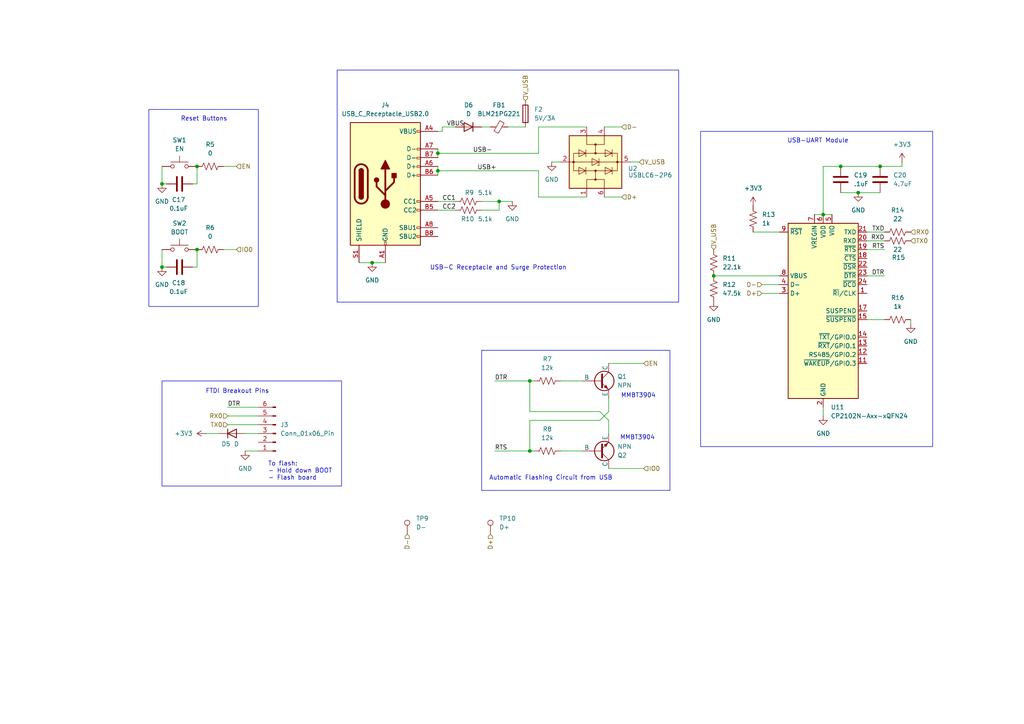
<source format=kicad_sch>
(kicad_sch (version 20231120) (generator "eeschema") (generator_version "8.0")
  (paper "A4")
  (lib_symbols
    (symbol "Connector:Conn_01x06_Pin" (pin_names (offset 1.016) hide)
      (property "Reference" "J" (at 0 7.62 0))
      (property "Value" "Conn_01x06_Pin" (at 0 -10.16 0))
      (symbol "Conn_01x06_Pin_1_1"
        (polyline (pts (xy 1.27 -7.62) (xy 0.8636 -7.62)) (stroke (width 0.1524)))
        (polyline (pts (xy 1.27 -5.08) (xy 0.8636 -5.08)) (stroke (width 0.1524)))
        (polyline (pts (xy 1.27 -2.54) (xy 0.8636 -2.54)) (stroke (width 0.1524)))
        (polyline (pts (xy 1.27 0) (xy 0.8636 0)) (stroke (width 0.1524)))
        (polyline (pts (xy 1.27 2.54) (xy 0.8636 2.54)) (stroke (width 0.1524)))
        (polyline (pts (xy 1.27 5.08) (xy 0.8636 5.08)) (stroke (width 0.1524)))
        (rectangle (start 0.8636 -7.493) (end 0 -7.747) (stroke (width 0.1524)) (fill (type outline)))
        (rectangle (start 0.8636 -4.953) (end 0 -5.207) (stroke (width 0.1524)) (fill (type outline)))
        (rectangle (start 0.8636 -2.413) (end 0 -2.667) (stroke (width 0.1524)) (fill (type outline)))
        (rectangle (start 0.8636 0.127) (end 0 -0.127) (stroke (width 0.1524)) (fill (type outline)))
        (rectangle (start 0.8636 2.667) (end 0 2.413) (stroke (width 0.1524)) (fill (type outline)))
        (rectangle (start 0.8636 5.207) (end 0 4.953) (stroke (width 0.1524)) (fill (type outline)))
        (pin passive line (at 5.08 5.08 180) (length 3.81) (name "Pin_1") (number "1"))
        (pin passive line (at 5.08 2.54 180) (length 3.81) (name "Pin_2") (number "2"))
        (pin passive line (at 5.08 0 180) (length 3.81) (name "Pin_3") (number "3"))
        (pin passive line (at 5.08 -2.54 180) (length 3.81) (name "Pin_4") (number "4"))
        (pin passive line (at 5.08 -5.08 180) (length 3.81) (name "Pin_5") (number "5"))
        (pin passive line (at 5.08 -7.62 180) (length 3.81) (name "Pin_6") (number "6"))
      )
    )
    (symbol "Connector:TestPoint" (pin_numbers hide) (pin_names (offset 0.762) hide)
      (property "Reference" "TP" (at 0 6.858 0))
      (property "Value" "TestPoint" (at 0 5.08 0))
      (symbol "TestPoint_0_1"
        (circle (center 0 3.302) (radius 0.762))
      )
      (symbol "TestPoint_1_1"
        (pin passive line (at 0 0 90) (length 2.54) (name "1") (number "1"))
      )
    )
    (symbol "Connector:USB_C_Receptacle_USB2.0" (pin_names (offset 1.016))
      (property "Reference" "J?" (at 0 22.86 0))
      (property "Value" "USB_C_Receptacle_USB2.0" (at 0 20.32 0))
      (symbol "USB_C_Receptacle_USB2.0_0_0"
        (rectangle (start -0.254 -17.78) (end 0.254 -16.764))
        (rectangle (start 9.1175 7.7592) (end 10.1335 7.2512))
        (rectangle (start 9.1744 5.2705) (end 10.1904 4.7625))
        (rectangle (start 9.1901 10.34) (end 10.2061 9.832))
        (rectangle (start 10.16 -14.986) (end 9.144 -15.494))
        (rectangle (start 10.16 -12.446) (end 9.144 -12.954))
        (rectangle (start 10.16 -7.366) (end 9.144 -7.874))
        (rectangle (start 10.16 -4.826) (end 9.144 -5.334))
        (rectangle (start 10.16 15.494) (end 9.144 14.986))
        (rectangle (start 10.1904 2.7305) (end 9.1744 2.2225))
      )
      (symbol "USB_C_Receptacle_USB2.0_0_1"
        (rectangle (start -10.16 17.78) (end 10.16 -17.78) (stroke (width 0.254)) (fill (type background)))
        (arc (start -8.89 -3.81) (mid -6.985 -5.7067) (end -5.08 -3.81) (stroke (width 0.508)))
        (arc (start -7.62 -3.81) (mid -6.985 -4.4423) (end -6.35 -3.81) (stroke (width 0.254)))
        (arc (start -7.62 -3.81) (mid -6.985 -4.4423) (end -6.35 -3.81) (stroke (width 0.254)) (fill (type outline)))
        (rectangle (start -7.62 -3.81) (end -6.35 3.81) (stroke (width 0.254)) (fill (type outline)))
        (arc (start -6.35 3.81) (mid -6.985 4.4423) (end -7.62 3.81) (stroke (width 0.254)))
        (arc (start -6.35 3.81) (mid -6.985 4.4423) (end -7.62 3.81) (stroke (width 0.254)) (fill (type outline)))
        (arc (start -5.08 3.81) (mid -6.985 5.7067) (end -8.89 3.81) (stroke (width 0.508)))
        (circle (center -2.54 1.143) (radius 0.635) (stroke (width 0.254)) (fill (type outline)))
        (circle (center 0 -5.842) (radius 1.27) (fill (type outline)))
        (polyline (pts (xy -8.89 -3.81) (xy -8.89 3.81)) (stroke (width 0.508)))
        (polyline (pts (xy -5.08 3.81) (xy -5.08 -3.81)) (stroke (width 0.508)))
        (polyline (pts (xy 0 -5.842) (xy 0 4.318)) (stroke (width 0.508)))
        (polyline (pts (xy 0 -3.302) (xy -2.54 -0.762) (xy -2.54 0.508)) (stroke (width 0.508)))
        (polyline (pts (xy 0 -2.032) (xy 2.54 0.508) (xy 2.54 1.778)) (stroke (width 0.508)))
        (polyline (pts (xy -1.27 4.318) (xy 0 6.858) (xy 1.27 4.318) (xy -1.27 4.318)) (stroke (width 0.254)) (fill (type outline)))
        (rectangle (start 1.905 1.778) (end 3.175 3.048) (stroke (width 0.254)) (fill (type outline)))
      )
      (symbol "USB_C_Receptacle_USB2.0_1_1"
        (pin passive line (at 0 -22.86 90) (length 5.08) (name "GND") (number "A1"))
        (pin passive line (at 0 -22.86 90) (length 5.08) hide (name "GND") (number "A12"))
        (pin passive line (at 15.24 15.24 180) (length 5.08) (name "VBUS") (number "A4"))
        (pin bidirectional line (at 15.24 -5.08 180) (length 5.08) (name "CC1") (number "A5"))
        (pin bidirectional line (at 15.24 5.08 180) (length 5.08) (name "D+") (number "A6"))
        (pin bidirectional line (at 15.24 10.16 180) (length 5.08) (name "D-") (number "A7"))
        (pin bidirectional line (at 15.24 -12.7 180) (length 5.08) (name "SBU1") (number "A8"))
        (pin passive line (at 15.24 15.24 180) (length 5.08) hide (name "VBUS") (number "A9"))
        (pin passive line (at 0 -22.86 90) (length 5.08) hide (name "GND") (number "B1"))
        (pin passive line (at 0 -22.86 90) (length 5.08) hide (name "GND") (number "B12"))
        (pin passive line (at 15.24 15.24 180) (length 5.08) hide (name "VBUS") (number "B4"))
        (pin bidirectional line (at 15.24 -7.62 180) (length 5.08) (name "CC2") (number "B5"))
        (pin bidirectional line (at 15.24 2.54 180) (length 5.08) (name "D+") (number "B6"))
        (pin bidirectional line (at 15.24 7.62 180) (length 5.08) (name "D-") (number "B7"))
        (pin bidirectional line (at 15.24 -15.24 180) (length 5.08) (name "SBU2") (number "B8"))
        (pin passive line (at 15.24 15.24 180) (length 5.08) hide (name "VBUS") (number "B9"))
        (pin passive line (at -7.62 -22.86 90) (length 5.08) (name "SHIELD") (number "S1"))
      )
    )
    (symbol "Device:C" (pin_numbers hide) (pin_names (offset 0.254))
      (property "Reference" "C" (at 0.635 2.54 0))
      (property "Value" "C" (at 0.635 -2.54 0))
      (symbol "C_0_1"
        (polyline (pts (xy -2.032 -0.762) (xy 2.032 -0.762)) (stroke (width 0.508)))
        (polyline (pts (xy -2.032 0.762) (xy 2.032 0.762)) (stroke (width 0.508)))
      )
      (symbol "C_1_1"
        (pin passive line (at 0 3.81 270) (length 2.794) (name "~") (number "1"))
        (pin passive line (at 0 -3.81 90) (length 2.794) (name "~") (number "2"))
      )
    )
    (symbol "Device:D" (pin_numbers hide) (pin_names (offset 1.016) hide)
      (property "Reference" "D" (at 0 2.54 0))
      (property "Value" "D" (at 0 -2.54 0))
      (symbol "D_0_1"
        (polyline (pts (xy -1.27 1.27) (xy -1.27 -1.27)) (stroke (width 0.254)))
        (polyline (pts (xy 1.27 0) (xy -1.27 0)))
        (polyline (pts (xy 1.27 1.27) (xy 1.27 -1.27) (xy -1.27 0) (xy 1.27 1.27)) (stroke (width 0.254)))
      )
      (symbol "D_1_1"
        (pin passive line (at -3.81 0 0) (length 2.54) (name "K") (number "1"))
        (pin passive line (at 3.81 0 180) (length 2.54) (name "A") (number "2"))
      )
    )
    (symbol "Device:FerriteBead_Small" (pin_numbers hide) (pin_names (offset 0))
      (property "Reference" "FB" (at 1.905 1.27 0))
      (property "Value" "FerriteBead_Small" (at 1.905 -1.27 0))
      (symbol "FerriteBead_Small_0_1"
        (polyline (pts (xy 0 -1.27) (xy 0 -0.7874)))
        (polyline (pts (xy 0 0.889) (xy 0 1.2954)))
        (polyline (pts (xy -1.8288 0.2794) (xy -1.1176 1.4986) (xy 1.8288 -0.2032) (xy 1.1176 -1.4224) (xy -1.8288 0.2794)))
      )
      (symbol "FerriteBead_Small_1_1"
        (pin passive line (at 0 2.54 270) (length 1.27) (name "~") (number "1"))
        (pin passive line (at 0 -2.54 90) (length 1.27) (name "~") (number "2"))
      )
    )
    (symbol "Device:Fuse" (pin_numbers hide) (pin_names (offset 0))
      (property "Reference" "F" (at 2.032 0 90))
      (property "Value" "Fuse" (at -1.905 0 90))
      (symbol "Fuse_0_1"
        (rectangle (start -0.762 -2.54) (end 0.762 2.54) (stroke (width 0.254)))
        (polyline (pts (xy 0 2.54) (xy 0 -2.54)))
      )
      (symbol "Fuse_1_1"
        (pin passive line (at 0 3.81 270) (length 1.27) (name "~") (number "1"))
        (pin passive line (at 0 -3.81 90) (length 1.27) (name "~") (number "2"))
      )
    )
    (symbol "Device:R_US" (pin_numbers hide) (pin_names (offset 0))
      (property "Reference" "R" (at 2.54 0 90))
      (property "Value" "R_US" (at -2.54 0 90))
      (symbol "R_US_0_1"
        (polyline (pts (xy 0 -2.286) (xy 0 -2.54)))
        (polyline (pts (xy 0 2.286) (xy 0 2.54)))
        (polyline (pts (xy 0 -0.762) (xy 1.016 -1.143) (xy 0 -1.524) (xy -1.016 -1.905) (xy 0 -2.286)))
        (polyline (pts (xy 0 0.762) (xy 1.016 0.381) (xy 0 0) (xy -1.016 -0.381) (xy 0 -0.762)))
        (polyline (pts (xy 0 2.286) (xy 1.016 1.905) (xy 0 1.524) (xy -1.016 1.143) (xy 0 0.762)))
      )
      (symbol "R_US_1_1"
        (pin passive line (at 0 3.81 270) (length 1.27) (name "~") (number "1"))
        (pin passive line (at 0 -3.81 90) (length 1.27) (name "~") (number "2"))
      )
    )
    (symbol "Interface_USB:CP2102N-Axx-xQFN24"
      (property "Reference" "U" (at -8.89 26.67 0))
      (property "Value" "CP2102N-Axx-xQFN24" (at 13.97 26.67 0))
      (symbol "CP2102N-Axx-xQFN24_0_1"
        (rectangle (start -10.16 25.4) (end 10.16 -25.4) (stroke (width 0.254)) (fill (type background)))
      )
      (symbol "CP2102N-Axx-xQFN24_1_1"
        (pin bidirectional line (at 12.7 5.08 180) (length 2.54) (name "~{RI}/CLK") (number "1"))
        (pin no_connect line (at -10.16 -22.86 0) (length 2.54) hide (name "NC") (number "10"))
        (pin bidirectional line (at 12.7 -15.24 180) (length 2.54) (name "~{WAKEUP}/GPIO.3") (number "11"))
        (pin bidirectional line (at 12.7 -12.7 180) (length 2.54) (name "RS485/GPIO.2") (number "12"))
        (pin bidirectional line (at 12.7 -10.16 180) (length 2.54) (name "~{RXT}/GPIO.1") (number "13"))
        (pin bidirectional line (at 12.7 -7.62 180) (length 2.54) (name "~{TXT}/GPIO.0") (number "14"))
        (pin output line (at 12.7 -2.54 180) (length 2.54) (name "~{SUSPEND}") (number "15"))
        (pin no_connect line (at 10.16 -22.86 180) (length 2.54) hide (name "NC") (number "16"))
        (pin output line (at 12.7 0 180) (length 2.54) (name "SUSPEND") (number "17"))
        (pin input line (at 12.7 15.24 180) (length 2.54) (name "~{CTS}") (number "18"))
        (pin output line (at 12.7 17.78 180) (length 2.54) (name "~{RTS}") (number "19"))
        (pin power_in line (at 0 -27.94 90) (length 2.54) (name "GND") (number "2"))
        (pin input line (at 12.7 20.32 180) (length 2.54) (name "RXD") (number "20"))
        (pin output line (at 12.7 22.86 180) (length 2.54) (name "TXD") (number "21"))
        (pin input line (at 12.7 12.7 180) (length 2.54) (name "~{DSR}") (number "22"))
        (pin output line (at 12.7 10.16 180) (length 2.54) (name "~{DTR}") (number "23"))
        (pin input line (at 12.7 7.62 180) (length 2.54) (name "~{DCD}") (number "24"))
        (pin passive line (at 0 -27.94 90) (length 2.54) hide (name "GND") (number "25"))
        (pin bidirectional line (at -12.7 5.08 0) (length 2.54) (name "D+") (number "3"))
        (pin bidirectional line (at -12.7 7.62 0) (length 2.54) (name "D-") (number "4"))
        (pin power_in line (at 2.54 27.94 270) (length 2.54) (name "VIO") (number "5"))
        (pin power_in line (at 0 27.94 270) (length 2.54) (name "VDD") (number "6"))
        (pin power_in line (at -2.54 27.94 270) (length 2.54) (name "VREGIN") (number "7"))
        (pin input line (at -12.7 10.16 0) (length 2.54) (name "VBUS") (number "8"))
        (pin input line (at -12.7 22.86 0) (length 2.54) (name "~{RST}") (number "9"))
      )
    )
    (symbol "Power_Protection:USBLC6-2P6" (pin_names hide)
      (property "Reference" "U" (at 2.54 8.89 0))
      (property "Value" "USBLC6-2P6" (at 2.54 -8.89 0))
      (symbol "USBLC6-2P6_0_1"
        (rectangle (start -7.62 -7.62) (end 7.62 7.62) (stroke (width 0.254)) (fill (type background)))
        (circle (center -5.08 0) (radius 0.254) (fill (type outline)))
        (circle (center -2.54 0) (radius 0.254) (fill (type outline)))
        (rectangle (start -2.54 6.35) (end 2.54 -6.35))
        (circle (center 0 -6.35) (radius 0.254) (fill (type outline)))
        (polyline (pts (xy -5.08 -2.54) (xy -7.62 -2.54)))
        (polyline (pts (xy -5.08 0) (xy -5.08 -2.54)))
        (polyline (pts (xy -5.08 2.54) (xy -7.62 2.54)))
        (polyline (pts (xy -1.524 -2.794) (xy -3.556 -2.794)))
        (polyline (pts (xy -1.524 4.826) (xy -3.556 4.826)))
        (polyline (pts (xy 0 -7.62) (xy 0 -6.35)))
        (polyline (pts (xy 0 -6.35) (xy 0 1.27)))
        (polyline (pts (xy 0 1.27) (xy 0 6.35)))
        (polyline (pts (xy 0 6.35) (xy 0 7.62)))
        (polyline (pts (xy 1.524 -2.794) (xy 3.556 -2.794)))
        (polyline (pts (xy 1.524 4.826) (xy 3.556 4.826)))
        (polyline (pts (xy 5.08 -2.54) (xy 7.62 -2.54)))
        (polyline (pts (xy 5.08 0) (xy 5.08 -2.54)))
        (polyline (pts (xy 5.08 2.54) (xy 7.62 2.54)))
        (polyline (pts (xy -2.54 0) (xy -5.08 0) (xy -5.08 2.54)))
        (polyline (pts (xy 2.54 0) (xy 5.08 0) (xy 5.08 2.54)))
        (polyline (pts (xy -3.556 -4.826) (xy -1.524 -4.826) (xy -2.54 -2.794) (xy -3.556 -4.826)))
        (polyline (pts (xy -3.556 2.794) (xy -1.524 2.794) (xy -2.54 4.826) (xy -3.556 2.794)))
        (polyline (pts (xy -1.016 -1.016) (xy 1.016 -1.016) (xy 0 1.016) (xy -1.016 -1.016)))
        (polyline (pts (xy 1.016 1.016) (xy 0.762 1.016) (xy -1.016 1.016) (xy -1.016 0.508)))
        (polyline (pts (xy 3.556 -4.826) (xy 1.524 -4.826) (xy 2.54 -2.794) (xy 3.556 -4.826)))
        (polyline (pts (xy 3.556 2.794) (xy 1.524 2.794) (xy 2.54 4.826) (xy 3.556 2.794)))
        (circle (center 0 6.35) (radius 0.254) (fill (type outline)))
        (circle (center 2.54 0) (radius 0.254) (fill (type outline)))
        (circle (center 5.08 0) (radius 0.254) (fill (type outline)))
      )
      (symbol "USBLC6-2P6_1_1"
        (pin passive line (at -10.16 -2.54 0) (length 2.54) (name "I/O1") (number "1"))
        (pin passive line (at 0 -10.16 90) (length 2.54) (name "GND") (number "2"))
        (pin passive line (at 10.16 -2.54 180) (length 2.54) (name "I/O2") (number "3"))
        (pin passive line (at 10.16 2.54 180) (length 2.54) (name "I/O2") (number "4"))
        (pin passive line (at 0 10.16 270) (length 2.54) (name "VBUS") (number "5"))
        (pin passive line (at -10.16 2.54 0) (length 2.54) (name "I/O1") (number "6"))
      )
    )
    (symbol "Simulation_SPICE:NPN" (pin_numbers hide) (pin_names (offset 0))
      (property "Reference" "Q" (at -2.54 7.62 0))
      (property "Value" "NPN" (at -2.54 5.08 0))
      (symbol "NPN_0_1"
        (polyline (pts (xy -2.54 0) (xy 0.635 0)) (stroke (width 0.1524)))
        (polyline (pts (xy 0.635 0.635) (xy 2.54 2.54)))
        (polyline (pts (xy 2.794 -1.27) (xy 2.794 -1.27)) (stroke (width 0.1524)))
        (polyline (pts (xy 2.794 -1.27) (xy 2.794 -1.27)) (stroke (width 0.1524)))
        (polyline (pts (xy 0.635 -0.635) (xy 2.54 -2.54) (xy 2.54 -2.54)))
        (polyline (pts (xy 0.635 1.905) (xy 0.635 -1.905) (xy 0.635 -1.905)) (stroke (width 0.508)))
        (polyline (pts (xy 1.27 -1.778) (xy 1.778 -1.27) (xy 2.286 -2.286) (xy 1.27 -1.778) (xy 1.27 -1.778)) (fill (type outline)))
        (circle (center 1.27 0) (radius 2.8194) (stroke (width 0.254)))
      )
      (symbol "NPN_1_1"
        (pin open_collector line (at 2.54 5.08 270) (length 2.54) (name "C") (number "1"))
        (pin input line (at -5.08 0 0) (length 2.54) (name "B") (number "2"))
        (pin open_emitter line (at 2.54 -5.08 90) (length 2.54) (name "E") (number "3"))
      )
    )
    (symbol "Switch:SW_Push" (pin_numbers hide) (pin_names (offset 1.016) hide)
      (property "Reference" "SW" (at 1.27 2.54 0))
      (property "Value" "SW_Push" (at 0 -1.524 0))
      (symbol "SW_Push_0_1"
        (circle (center -2.032 0) (radius 0.508))
        (polyline (pts (xy 0 1.27) (xy 0 3.048)))
        (polyline (pts (xy 2.54 1.27) (xy -2.54 1.27)))
        (circle (center 2.032 0) (radius 0.508))
        (pin passive line (at -5.08 0 0) (length 2.54) (name "1") (number "1"))
        (pin passive line (at 5.08 0 180) (length 2.54) (name "2") (number "2"))
      )
    )
    (symbol "power:+3.3V" (power) (pin_numbers hide) (pin_names (offset 0) hide)
      (property "Value" "+3.3V" (at 0 3.556 0))
      (symbol "+3.3V_0_1"
        (polyline (pts (xy -0.762 1.27) (xy 0 2.54)))
        (polyline (pts (xy 0 0) (xy 0 2.54)))
        (polyline (pts (xy 0 2.54) (xy 0.762 1.27)))
      )
      (symbol "+3.3V_1_1"
        (pin power_in line (at 0 0 90) (length 0) (name "~") (number "1"))
      )
    )
    (symbol "power:+3V3" (power) (pin_numbers hide) (pin_names (offset 0) hide)
      (property "Value" "+3V3" (at 0 3.556 0))
      (symbol "+3V3_0_1"
        (polyline (pts (xy -0.762 1.27) (xy 0 2.54)))
        (polyline (pts (xy 0 0) (xy 0 2.54)))
        (polyline (pts (xy 0 2.54) (xy 0.762 1.27)))
      )
      (symbol "+3V3_1_1"
        (pin power_in line (at 0 0 90) (length 0) (name "~") (number "1"))
      )
    )
    (symbol "power:GND" (power) (pin_numbers hide) (pin_names (offset 0) hide)
      (property "Value" "GND" (at 0 -3.81 0))
      (symbol "GND_0_1"
        (polyline (pts (xy 0 0) (xy 0 -1.27) (xy 1.27 -1.27) (xy 0 -2.54) (xy -1.27 -1.27) (xy 0 -1.27)))
      )
      (symbol "GND_1_1"
        (pin power_in line (at 0 0 270) (length 0) (name "~") (number "1"))
      )
    )
  )
  (junction (at 46.99 77.47))
  (junction (at 153.67 130.81))
  (junction (at 107.95 76.2))
  (junction (at 238.76 62.23))
  (junction (at 57.15 48.26))
  (junction (at 127 44.45))
  (junction (at 248.92 55.88))
  (junction (at 243.84 48.26))
  (junction (at 46.99 53.34))
  (junction (at 255.27 48.26))
  (junction (at 153.67 110.49))
  (junction (at 144.78 58.42))
  (junction (at 57.15 72.39))
  (junction (at 127 49.53))
  (junction (at 207.01 80.01))
  (wire (pts (xy 127 44.45) (xy 127 45.72)))
  (wire (pts (xy 153.67 130.81) (xy 154.94 130.81)))
  (wire (pts (xy 162.56 110.49) (xy 168.91 110.49)))
  (wire (pts (xy 156.21 57.15) (xy 156.21 49.53)))
  (wire (pts (xy 127 48.26) (xy 127 49.53)))
  (wire (pts (xy 156.21 36.83) (xy 170.18 36.83)))
  (wire (pts (xy 170.18 57.15) (xy 156.21 57.15)))
  (wire (pts (xy 182.88 46.99) (xy 185.42 46.99)))
  (wire (pts (xy 251.46 67.31) (xy 256.54 67.31)))
  (wire (pts (xy 143.51 130.81) (xy 153.67 130.81)))
  (wire (pts (xy 251.46 72.39) (xy 256.54 72.39)))
  (wire (pts (xy 57.15 77.47) (xy 57.15 72.39)))
  (wire (pts (xy 218.44 67.31) (xy 226.06 67.31)))
  (wire (pts (xy 175.26 57.15) (xy 180.34 57.15)))
  (wire (pts (xy 127 44.45) (xy 156.21 44.45)))
  (wire (pts (xy 160.02 46.99) (xy 162.56 46.99)))
  (wire (pts (xy 156.21 44.45) (xy 156.21 36.83)))
  (wire (pts (xy 139.7 58.42) (xy 144.78 58.42)))
  (wire (pts (xy 127 60.96) (xy 132.08 60.96)))
  (wire (pts (xy 162.56 130.81) (xy 168.91 130.81)))
  (wire (pts (xy 176.53 119.38) (xy 173.99 121.92)))
  (wire (pts (xy 251.46 69.85) (xy 256.54 69.85)))
  (wire (pts (xy 55.88 77.47) (xy 57.15 77.47)))
  (wire (pts (xy 173.99 121.92) (xy 153.67 121.92)))
  (wire (pts (xy 243.84 48.26) (xy 238.76 48.26)))
  (wire (pts (xy 153.67 121.92) (xy 153.67 130.81)))
  (wire (pts (xy 153.67 110.49) (xy 154.94 110.49)))
  (wire (pts (xy 248.92 55.88) (xy 255.27 55.88)))
  (wire (pts (xy 107.95 76.2) (xy 111.76 76.2)))
  (wire (pts (xy 46.99 77.47) (xy 48.26 77.47)))
  (wire (pts (xy 153.67 119.38) (xy 153.67 110.49)))
  (wire (pts (xy 264.16 92.71) (xy 264.16 93.98)))
  (wire (pts (xy 238.76 62.23) (xy 241.3 62.23)))
  (wire (pts (xy 66.04 118.11) (xy 74.93 118.11)))
  (wire (pts (xy 220.98 82.55) (xy 226.06 82.55)))
  (wire (pts (xy 207.01 80.01) (xy 226.06 80.01)))
  (wire (pts (xy 46.99 48.26) (xy 46.99 53.34)))
  (wire (pts (xy 143.51 110.49) (xy 153.67 110.49)))
  (wire (pts (xy 104.14 76.2) (xy 107.95 76.2)))
  (wire (pts (xy 176.53 115.57) (xy 176.53 119.38)))
  (wire (pts (xy 71.12 130.81) (xy 74.93 130.81)))
  (wire (pts (xy 176.53 121.92) (xy 173.99 119.38)))
  (wire (pts (xy 71.12 125.73) (xy 74.93 125.73)))
  (wire (pts (xy 139.7 60.96) (xy 144.78 60.96)))
  (wire (pts (xy 64.77 72.39) (xy 68.58 72.39)))
  (wire (pts (xy 66.04 120.65) (xy 74.93 120.65)))
  (wire (pts (xy 261.62 48.26) (xy 255.27 48.26)))
  (wire (pts (xy 46.99 53.34) (xy 48.26 53.34)))
  (wire (pts (xy 220.98 85.09) (xy 226.06 85.09)))
  (wire (pts (xy 64.77 48.26) (xy 68.58 48.26)))
  (wire (pts (xy 186.69 135.89) (xy 176.53 135.89)))
  (wire (pts (xy 127 43.18) (xy 127 44.45)))
  (wire (pts (xy 236.22 62.23) (xy 238.76 62.23)))
  (wire (pts (xy 175.26 36.83) (xy 180.34 36.83)))
  (wire (pts (xy 238.76 48.26) (xy 238.76 62.23)))
  (wire (pts (xy 127 49.53) (xy 156.21 49.53)))
  (wire (pts (xy 144.78 58.42) (xy 148.59 58.42)))
  (wire (pts (xy 127 49.53) (xy 127 50.8)))
  (wire (pts (xy 173.99 119.38) (xy 153.67 119.38)))
  (wire (pts (xy 243.84 48.26) (xy 255.27 48.26)))
  (wire (pts (xy 57.15 48.26) (xy 57.15 53.34)))
  (wire (pts (xy 243.84 55.88) (xy 248.92 55.88)))
  (wire (pts (xy 142.24 36.83) (xy 139.7 36.83)))
  (wire (pts (xy 251.46 80.01) (xy 256.54 80.01)))
  (wire (pts (xy 128.27 38.1) (xy 128.27 36.83)))
  (wire (pts (xy 176.53 105.41) (xy 186.69 105.41)))
  (wire (pts (xy 66.04 123.19) (xy 74.93 123.19)))
  (wire (pts (xy 127 38.1) (xy 128.27 38.1)))
  (wire (pts (xy 46.99 72.39) (xy 46.99 77.47)))
  (wire (pts (xy 59.69 125.73) (xy 63.5 125.73)))
  (wire (pts (xy 176.53 121.92) (xy 176.53 125.73)))
  (wire (pts (xy 57.15 53.34) (xy 55.88 53.34)))
  (wire (pts (xy 144.78 58.42) (xy 144.78 60.96)))
  (wire (pts (xy 251.46 92.71) (xy 256.54 92.71)))
  (wire (pts (xy 152.4 36.83) (xy 147.32 36.83)))
  (wire (pts (xy 261.62 46.99) (xy 261.62 48.26)))
  (wire (pts (xy 238.76 120.65) (xy 238.76 118.11)))
  (wire (pts (xy 128.27 36.83) (xy 132.08 36.83)))
  (wire (pts (xy 127 58.42) (xy 132.08 58.42)))
  (rectangle (start 97.79 20.32) (end 196.85 87.63))
  (rectangle (start 43.18 31.75) (end 74.93 88.9))
  (rectangle (start 203.2 38.1) (end 270.51 129.54))
  (rectangle (start 46.99 110.49) (end 99.06 140.97))
  (rectangle (start 139.7 101.6) (end 194.31 142.24))
  (text "MMBT3904" (at 185.166 114.808 0) (effects (font (size 1.27 1.27))))
  (text "USB-C Receptacle and Surge Protection" (at 144.526 77.724 0) (effects (font (size 1.27 1.27))))
  (text "Reset Buttons" (at 59.182 34.544 0) (effects (font (size 1.27 1.27))))
  (text "MMBT3904" (at 184.912 127 0) (effects (font (size 1.27 1.27))))
  (text "FTDI Breakout Pins" (at 68.834 113.538 0) (effects (font (size 1.27 1.27))))
  (text "Automatic Flashing Circuit from USB" (at 159.766 138.684 0) (effects (font (size 1.27 1.27))))
  (text "To flash:\n- Hold down BOOT\n- Flash board" (at 77.724 136.652 0) (effects (font (size 1.27 1.27)) (justify left)))
  (text "USB-UART Module" (at 237.236 40.894 0) (effects (font (size 1.27 1.27))))
  (label "RTS" (at 256.54 72.39 180))
  (label "DTR" (at 256.54 80.01 180))
  (label "DTR" (at 66.04 118.11 0))
  (label "CC1" (at 128.27 58.42 0))
  (label "DTR" (at 143.51 110.49 0))
  (label "TXD" (at 256.54 67.31 180))
  (label "RTS" (at 143.51 130.81 0))
  (label "USB+" (at 138.43 49.53 0))
  (label "RXD" (at 256.54 69.85 180))
  (label "CC2" (at 128.27 60.96 0))
  (label "USB-" (at 137.16 44.45 0))
  (label "VBUS" (at 129.54 36.83 0))
  (hierarchical_label "TX0" (shape input) (at 264.16 69.85 0))
  (hierarchical_label "V_USB" (shape input) (at 207.01 72.39 90))
  (hierarchical_label "EN" (shape input) (at 68.58 48.26 0))
  (hierarchical_label "IO0" (shape input) (at 68.58 72.39 0))
  (hierarchical_label "IO0" (shape input) (at 186.69 135.89 0))
  (hierarchical_label "D-" (shape input) (at 118.11 154.94 270))
  (hierarchical_label "V_USB" (shape input) (at 185.42 46.99 0))
  (hierarchical_label "EN" (shape input) (at 186.69 105.41 0))
  (hierarchical_label "RX0" (shape input) (at 66.04 120.65 180))
  (hierarchical_label "D+" (shape input) (at 220.98 85.09 180))
  (hierarchical_label "V_USB" (shape input) (at 152.4 29.21 90))
  (hierarchical_label "D-" (shape input) (at 220.98 82.55 180))
  (hierarchical_label "D+" (shape input) (at 142.24 154.94 270))
  (hierarchical_label "D-" (shape input) (at 180.34 36.83 0))
  (hierarchical_label "D+" (shape input) (at 180.34 57.15 0))
  (hierarchical_label "RX0" (shape input) (at 264.16 67.31 0))
  (hierarchical_label "TX0" (shape input) (at 66.04 123.19 180))
  (symbol (lib_id "Simulation_SPICE:NPN") (at 173.99 110.49 0) (unit 1)
    (property "Reference" "Q1" (at 179.07 109.2199 0) (effects (justify left)))
    (property "Value" "NPN" (at 179.07 111.7599 0) (effects (justify left)))
    (property "Footprint" "Package_TO_SOT_SMD:SOT-23" (effects (hide yes)))
    (property "Datasheet" "https://ngspice.sourceforge.io/docs/ngspice-html-manual/manual.xhtml#cha_BJTs" (effects (hide yes)))
    (property "Description" "Bipolar transistor symbol for simulation only, substrate tied to the emitter" (effects (hide yes)))
    (property "Sim.Device" "NPN" (effects (hide yes)))
    (property "Sim.Type" "GUMMELPOON" (effects (hide yes)))
    (property "Sim.Pins" "1=C 2=B 3=E" (effects (hide yes)))
  )
  (symbol (lib_id "Device:R_US") (at 135.89 58.42 90) (unit 1)
    (property "Reference" "R9" (at 136.144 55.88 90))
    (property "Value" "5.1k" (at 140.716 55.88 90))
    (property "Footprint" "Resistor_SMD:R_0603_1608Metric" (effects (hide yes)))
    (property "Description" "Resistor, US symbol" (effects (hide yes)))
  )
  (symbol (lib_id "power:GND") (at 207.01 87.63 0) (unit 1)
    (property "Reference" "#PWR053" (effects (hide yes)))
    (property "Value" "GND" (at 207.01 92.71 0))
    (property "Description" "Power symbol creates a global label with name \"GND\" , ground" (effects (hide yes)))
  )
  (symbol (lib_id "Device:R_US") (at 218.44 63.5 180) (unit 1)
    (property "Reference" "R13" (at 220.98 62.2299 0) (effects (justify right)))
    (property "Value" "1k" (at 220.98 64.7699 0) (effects (justify right)))
    (property "Footprint" "Resistor_SMD:R_0603_1608Metric" (effects (hide yes)))
    (property "Description" "Resistor, US symbol" (effects (hide yes)))
  )
  (symbol (lib_id "power:+3.3V") (at 59.69 125.73 90) (unit 1)
    (property "Reference" "#PWR046" (effects (hide yes)))
    (property "Value" "+3V3" (at 55.88 125.7299 90) (effects (justify left)))
    (property "Description" "Power symbol creates a global label with name \"+3.3V\"" (effects (hide yes)))
  )
  (symbol (lib_id "power:+3V3") (at 218.44 59.69 0) (unit 1)
    (property "Reference" "#PWR054" (effects (hide yes)))
    (property "Value" "+3V3" (at 218.44 54.61 0))
    (property "Description" "Power symbol creates a global label with name \"+3V3\"" (effects (hide yes)))
  )
  (symbol (lib_id "Device:FerriteBead_Small") (at 144.78 36.83 90) (unit 1)
    (property "Reference" "FB1" (at 144.7419 30.48 90))
    (property "Value" "BLM21PG221" (at 144.7419 33.02 90))
    (property "Footprint" "Inductor_SMD:L_0603_1608Metric_Pad1.05x0.95mm_HandSolder" (effects (hide yes)))
  )
  (symbol (lib_id "Device:C") (at 243.84 52.07 0) (unit 1)
    (property "Reference" "C19" (at 247.65 50.7999 0) (effects (justify left)))
    (property "Value" ".1uF" (at 247.65 53.3399 0) (effects (justify left)))
    (property "Footprint" "Capacitor_SMD:C_0603_1608Metric" (effects (hide yes)))
    (property "Description" "Unpolarized capacitor" (effects (hide yes)))
  )
  (symbol (lib_id "Device:R_US") (at 158.75 130.81 90) (unit 1)
    (property "Reference" "R8" (at 158.75 124.46 90))
    (property "Value" "12k" (at 158.75 127 90))
    (property "Footprint" "Resistor_SMD:R_0603_1608Metric" (effects (hide yes)))
    (property "Description" "Resistor, US symbol" (effects (hide yes)))
  )
  (symbol (lib_id "power:GND") (at 107.95 76.2 0) (unit 1)
    (property "Reference" "#PWR044" (effects (hide yes)))
    (property "Value" "GND" (at 107.95 81.28 0))
    (property "Description" "Power symbol creates a global label with name \"GND\" , ground" (effects (hide yes)))
  )
  (symbol (lib_id "Device:D") (at 135.89 36.83 180) (unit 1)
    (property "Reference" "D6" (at 135.89 30.48 0))
    (property "Value" "D" (at 135.89 33.02 0))
    (property "Footprint" "Diode_SMD:D_0603_1608Metric" (effects (hide yes)))
    (property "Description" "Diode" (effects (hide yes)))
    (property "Sim.Device" "D" (effects (hide yes)))
    (property "Sim.Pins" "1=K 2=A" (effects (hide yes)))
  )
  (symbol (lib_id "power:GND") (at 160.02 46.99 0) (unit 1)
    (property "Reference" "#PWR062" (effects (hide yes)))
    (property "Value" "GND" (at 160.02 52.07 0))
    (property "Description" "Power symbol creates a global label with name \"GND\" , ground" (effects (hide yes)))
  )
  (symbol (lib_id "power:GND") (at 71.12 130.81 0) (unit 1)
    (property "Reference" "#PWR047" (effects (hide yes)))
    (property "Value" "GND" (at 71.12 135.89 0))
    (property "Description" "Power symbol creates a global label with name \"GND\" , ground" (effects (hide yes)))
  )
  (symbol (lib_id "Device:R_US") (at 207.01 76.2 0) (unit 1)
    (property "Reference" "R11" (at 209.55 74.9299 0) (effects (justify left)))
    (property "Value" "22.1k" (at 209.55 77.4699 0) (effects (justify left)))
    (property "Footprint" "Resistor_SMD:R_0603_1608Metric" (effects (hide yes)))
    (property "Description" "Resistor, US symbol" (effects (hide yes)))
  )
  (symbol (lib_id "Device:R_US") (at 60.96 72.39 90) (unit 1)
    (property "Reference" "R6" (at 60.96 66.04 90))
    (property "Value" "0" (at 60.96 68.58 90))
    (property "Footprint" "Resistor_SMD:R_0603_1608Metric" (effects (hide yes)))
    (property "Description" "Resistor, US symbol" (effects (hide yes)))
  )
  (symbol (lib_id "Device:R_US") (at 207.01 83.82 0) (unit 1)
    (property "Reference" "R12" (at 209.55 82.5499 0) (effects (justify left)))
    (property "Value" "47.5k" (at 209.55 85.0899 0) (effects (justify left)))
    (property "Footprint" "Resistor_SMD:R_0603_1608Metric" (effects (hide yes)))
    (property "Description" "Resistor, US symbol" (effects (hide yes)))
  )
  (symbol (lib_id "power:GND") (at 148.59 58.42 0) (unit 1)
    (property "Reference" "#PWR051" (effects (hide yes)))
    (property "Value" "GND" (at 148.59 63.5 0))
    (property "Description" "Power symbol creates a global label with name \"GND\" , ground" (effects (hide yes)))
  )
  (symbol (lib_id "Device:R_US") (at 260.35 67.31 90) (unit 1)
    (property "Reference" "R14" (at 260.35 60.96 90))
    (property "Value" "22" (at 260.35 63.5 90))
    (property "Footprint" "Resistor_SMD:R_0603_1608Metric" (effects (hide yes)))
    (property "Description" "Resistor, US symbol" (effects (hide yes)))
  )
  (symbol (lib_id "Device:D") (at 67.31 125.73 0) (unit 1)
    (property "Reference" "D5" (at 65.532 128.778 0))
    (property "Value" "D" (at 68.58 128.778 0))
    (property "Footprint" "Diode_SMD:D_0603_1608Metric" (effects (hide yes)))
    (property "Description" "Diode" (effects (hide yes)))
    (property "Sim.Device" "D" (effects (hide yes)))
    (property "Sim.Pins" "1=K 2=A" (effects (hide yes)))
  )
  (symbol (lib_id "power:GND") (at 46.99 77.47 0) (unit 1)
    (property "Reference" "#PWR030" (effects (hide yes)))
    (property "Value" "GND" (at 46.99 82.55 0))
    (property "Description" "Power symbol creates a global label with name \"GND\" , ground" (effects (hide yes)))
  )
  (symbol (lib_id "Device:R_US") (at 260.35 92.71 90) (unit 1)
    (property "Reference" "R16" (at 260.35 86.36 90))
    (property "Value" "1k" (at 260.35 88.9 90))
    (property "Footprint" "Resistor_SMD:R_0603_1608Metric" (effects (hide yes)))
    (property "Description" "Resistor, US symbol" (effects (hide yes)))
  )
  (symbol (lib_id "Connector:Conn_01x06_Pin") (at 80.01 125.73 180) (unit 1)
    (property "Reference" "J3" (at 81.28 123.1899 0) (effects (justify right)))
    (property "Value" "Conn_01x06_Pin" (at 81.28 125.7299 0) (effects (justify right)))
    (property "Footprint" "Connector_PinSocket_2.54mm:PinSocket_1x06_P2.54mm_Vertical" (effects (hide yes)))
    (property "Description" "Generic connector, single row, 01x06, script generated" (effects (hide yes)))
  )
  (symbol (lib_id "Device:R_US") (at 260.35 69.85 90) (unit 1)
    (property "Reference" "R15" (at 260.604 74.676 90))
    (property "Value" "22" (at 260.35 72.39 90))
    (property "Footprint" "Resistor_SMD:R_0603_1608Metric" (effects (hide yes)))
    (property "Description" "Resistor, US symbol" (effects (hide yes)))
  )
  (symbol (lib_id "Device:C") (at 52.07 53.34 90) (unit 1)
    (property "Reference" "C17" (at 51.816 57.912 90))
    (property "Value" "0.1uF" (at 51.816 60.452 90))
    (property "Footprint" "Capacitor_SMD:C_0603_1608Metric" (effects (hide yes)))
    (property "Description" "Unpolarized capacitor" (effects (hide yes)))
  )
  (symbol (lib_id "power:GND") (at 238.76 120.65 0) (unit 1)
    (property "Reference" "#PWR055" (effects (hide yes)))
    (property "Value" "GND" (at 238.76 125.73 0))
    (property "Description" "Power symbol creates a global label with name \"GND\" , ground" (effects (hide yes)))
  )
  (symbol (lib_id "Connector:TestPoint") (at 118.11 154.94 0) (unit 1)
    (property "Reference" "TP9" (at 120.65 150.3679 0) (effects (justify left)))
    (property "Value" "D-" (at 120.65 152.9079 0) (effects (justify left)))
    (property "Footprint" "Connector_PinHeader_2.54mm:PinHeader_1x01_P2.54mm_Vertical" (effects (hide yes)))
    (property "Description" "test point" (effects (hide yes)))
  )
  (symbol (lib_id "Device:R_US") (at 135.89 60.96 90) (unit 1)
    (property "Reference" "R10" (at 135.636 63.5 90))
    (property "Value" "5.1k" (at 140.716 63.5 90))
    (property "Footprint" "Resistor_SMD:R_0603_1608Metric" (effects (hide yes)))
    (property "Description" "Resistor, US symbol" (effects (hide yes)))
  )
  (symbol (lib_id "Switch:SW_Push") (at 52.07 72.39 0) (unit 1)
    (property "Reference" "SW2" (at 52.07 64.77 0))
    (property "Value" "BOOT" (at 52.07 67.31 0))
    (property "Footprint" "Button_Switch_SMD:SW_SPST_B3S-1000" (effects (hide yes)))
    (property "Description" "Push button switch, generic, two pins" (effects (hide yes)))
  )
  (symbol (lib_id "Simulation_SPICE:NPN") (at 173.99 130.81 0) (mirror x) (unit 1)
    (property "Reference" "Q2" (at 179.07 132.0801 0) (effects (justify left)))
    (property "Value" "NPN" (at 179.07 129.5401 0) (effects (justify left)))
    (property "Footprint" "Package_TO_SOT_SMD:SOT-23" (effects (hide yes)))
    (property "Datasheet" "https://ngspice.sourceforge.io/docs/ngspice-html-manual/manual.xhtml#cha_BJTs" (effects (hide yes)))
    (property "Description" "Bipolar transistor symbol for simulation only, substrate tied to the emitter" (effects (hide yes)))
    (property "Sim.Device" "NPN" (effects (hide yes)))
    (property "Sim.Type" "GUMMELPOON" (effects (hide yes)))
    (property "Sim.Pins" "1=C 2=B 3=E" (effects (hide yes)))
  )
  (symbol (lib_id "power:GND") (at 264.16 93.98 0) (unit 1)
    (property "Reference" "#PWR058" (effects (hide yes)))
    (property "Value" "GND" (at 264.16 99.06 0))
    (property "Description" "Power symbol creates a global label with name \"GND\" , ground" (effects (hide yes)))
  )
  (symbol (lib_id "Power_Protection:USBLC6-2P6") (at 172.72 46.99 270) (mirror x) (unit 1)
    (property "Reference" "U2" (at 183.515 48.895 90))
    (property "Value" "USBLC6-2P6" (at 188.595 50.8 90))
    (property "Footprint" "Package_TO_SOT_SMD:SOT-666" (effects (hide yes)))
    (property "Datasheet" "https://www.st.com/resource/en/datasheet/usblc6-2.pdf" (effects (hide yes)))
  )
  (symbol (lib_id "Device:R_US") (at 60.96 48.26 90) (unit 1)
    (property "Reference" "R5" (at 60.96 41.91 90))
    (property "Value" "0" (at 60.96 44.45 90))
    (property "Footprint" "Resistor_SMD:R_0603_1608Metric" (effects (hide yes)))
    (property "Description" "Resistor, US symbol" (effects (hide yes)))
  )
  (symbol (lib_id "Connector:TestPoint") (at 142.24 154.94 0) (unit 1)
    (property "Reference" "TP10" (at 144.78 150.3679 0) (effects (justify left)))
    (property "Value" "D+" (at 144.78 152.9079 0) (effects (justify left)))
    (property "Footprint" "Connector_PinHeader_2.54mm:PinHeader_1x01_P2.54mm_Vertical" (effects (hide yes)))
    (property "Description" "test point" (effects (hide yes)))
  )
  (symbol (lib_id "Device:C") (at 52.07 77.47 90) (unit 1)
    (property "Reference" "C18" (at 51.816 82.042 90))
    (property "Value" "0.1uF" (at 51.816 84.582 90))
    (property "Footprint" "Capacitor_SMD:C_0603_1608Metric" (effects (hide yes)))
    (property "Description" "Unpolarized capacitor" (effects (hide yes)))
  )
  (symbol (lib_id "power:GND") (at 46.99 53.34 0) (unit 1)
    (property "Reference" "#PWR029" (effects (hide yes)))
    (property "Value" "GND" (at 46.99 58.42 0))
    (property "Description" "Power symbol creates a global label with name \"GND\" , ground" (effects (hide yes)))
  )
  (symbol (lib_id "power:+3V3") (at 261.62 46.99 0) (unit 1)
    (property "Reference" "#PWR057" (effects (hide yes)))
    (property "Value" "+3V3" (at 261.62 41.91 0))
    (property "Description" "Power symbol creates a global label with name \"+3V3\"" (effects (hide yes)))
  )
  (symbol (lib_id "power:GND") (at 248.92 55.88 0) (unit 1)
    (property "Reference" "#PWR056" (effects (hide yes)))
    (property "Value" "GND" (at 248.92 60.96 0))
    (property "Description" "Power symbol creates a global label with name \"GND\" , ground" (effects (hide yes)))
  )
  (symbol (lib_id "Switch:SW_Push") (at 52.07 48.26 0) (unit 1)
    (property "Reference" "SW1" (at 52.07 40.64 0))
    (property "Value" "EN" (at 52.07 43.18 0))
    (property "Footprint" "Button_Switch_SMD:SW_SPST_B3S-1000" (effects (hide yes)))
    (property "Description" "Push button switch, generic, two pins" (effects (hide yes)))
  )
  (symbol (lib_id "Device:C") (at 255.27 52.07 0) (unit 1)
    (property "Reference" "C20" (at 259.08 50.7999 0) (effects (justify left)))
    (property "Value" "4.7uF" (at 259.08 53.3399 0) (effects (justify left)))
    (property "Footprint" "Capacitor_SMD:C_0603_1608Metric" (effects (hide yes)))
    (property "Description" "Unpolarized capacitor" (effects (hide yes)))
  )
  (symbol (lib_id "Connector:USB_C_Receptacle_USB2.0") (at 111.76 53.34 0) (unit 1)
    (property "Reference" "J4" (at 111.76 30.48 0))
    (property "Value" "USB_C_Receptacle_USB2.0" (at 111.76 33.02 0))
    (property "Footprint" "Connector_USB:USB_C_Receptacle_HRO_TYPE-C-31-M-12" (effects (hide yes)))
    (property "Datasheet" "https://www.usb.org/sites/default/files/documents/usb_type-c.zip" (effects (hide yes)))
  )
  (symbol (lib_id "Device:Fuse") (at 152.4 33.02 0) (unit 1)
    (property "Reference" "F2" (at 154.94 31.7499 0) (effects (justify left)))
    (property "Value" "5V/3A" (at 154.94 34.2899 0) (effects (justify left)))
    (property "Footprint" "Fuse:Fuse_0603_1608Metric" (effects (hide yes)))
    (property "Description" "Fuse" (effects (hide yes)))
  )
  (symbol (lib_id "Interface_USB:CP2102N-Axx-xQFN24") (at 238.76 90.17 0) (unit 1)
    (property "Reference" "U11" (at 240.9541 118.11 0) (effects (justify left)))
    (property "Value" "CP2102N-Axx-xQFN24" (at 240.9541 120.65 0) (effects (justify left)))
    (property "Footprint" "Package_DFN_QFN:QFN-24-1EP_4x4mm_P0.5mm_EP2.6x2.6mm" (effects (hide yes)))
    (property "Datasheet" "https://www.silabs.com/documents/public/data-sheets/cp2102n-datasheet.pdf" (effects (hide yes)))
    (property "Description" "USB to UART master bridge, QFN-24" (effects (hide yes)))
  )
  (symbol (lib_id "Device:R_US") (at 158.75 110.49 90) (unit 1)
    (property "Reference" "R7" (at 158.75 104.14 90))
    (property "Value" "12k" (at 158.75 106.68 90))
    (property "Footprint" "Resistor_SMD:R_0603_1608Metric" (effects (hide yes)))
    (property "Description" "Resistor, US symbol" (effects (hide yes)))
  )
)
</source>
